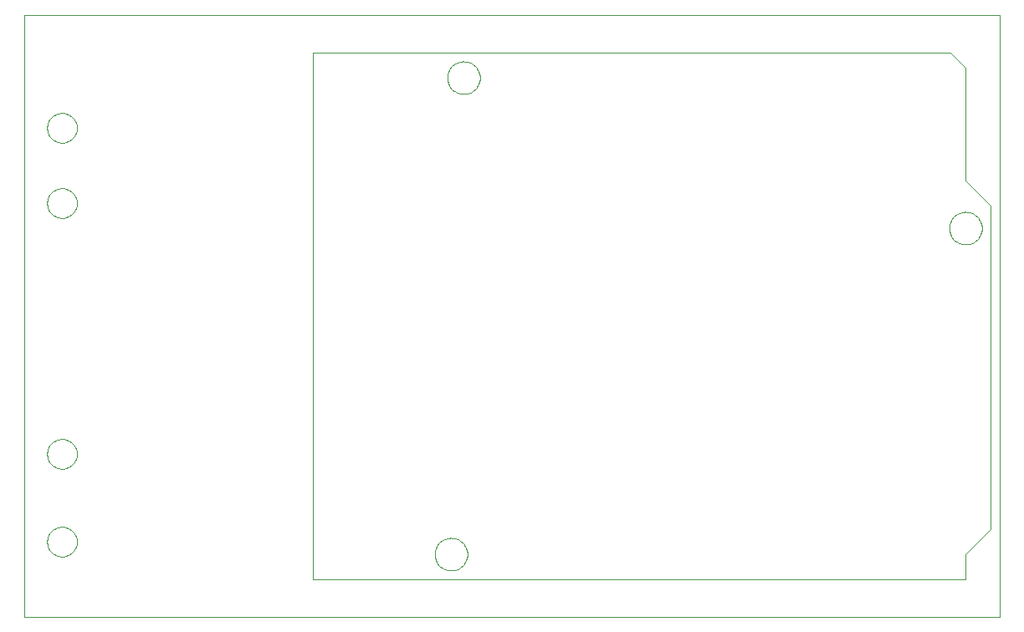
<source format=gbo>
G75*
%MOIN*%
%OFA0B0*%
%FSLAX24Y24*%
%IPPOS*%
%LPD*%
%AMOC8*
5,1,8,0,0,1.08239X$1,22.5*
%
%ADD10C,0.0000*%
D10*
X000180Y000180D02*
X000180Y024176D01*
X039050Y024176D01*
X039050Y000180D01*
X000180Y000180D01*
X001089Y003180D02*
X001091Y003228D01*
X001097Y003276D01*
X001107Y003323D01*
X001120Y003369D01*
X001138Y003414D01*
X001158Y003458D01*
X001183Y003500D01*
X001211Y003539D01*
X001241Y003576D01*
X001275Y003610D01*
X001312Y003642D01*
X001350Y003671D01*
X001391Y003696D01*
X001434Y003718D01*
X001479Y003736D01*
X001525Y003750D01*
X001572Y003761D01*
X001620Y003768D01*
X001668Y003771D01*
X001716Y003770D01*
X001764Y003765D01*
X001812Y003756D01*
X001858Y003744D01*
X001903Y003727D01*
X001947Y003707D01*
X001989Y003684D01*
X002029Y003657D01*
X002067Y003627D01*
X002102Y003594D01*
X002134Y003558D01*
X002164Y003520D01*
X002190Y003479D01*
X002212Y003436D01*
X002232Y003392D01*
X002247Y003347D01*
X002259Y003300D01*
X002267Y003252D01*
X002271Y003204D01*
X002271Y003156D01*
X002267Y003108D01*
X002259Y003060D01*
X002247Y003013D01*
X002232Y002968D01*
X002212Y002924D01*
X002190Y002881D01*
X002164Y002840D01*
X002134Y002802D01*
X002102Y002766D01*
X002067Y002733D01*
X002029Y002703D01*
X001989Y002676D01*
X001947Y002653D01*
X001903Y002633D01*
X001858Y002616D01*
X001812Y002604D01*
X001764Y002595D01*
X001716Y002590D01*
X001668Y002589D01*
X001620Y002592D01*
X001572Y002599D01*
X001525Y002610D01*
X001479Y002624D01*
X001434Y002642D01*
X001391Y002664D01*
X001350Y002689D01*
X001312Y002718D01*
X001275Y002750D01*
X001241Y002784D01*
X001211Y002821D01*
X001183Y002860D01*
X001158Y002902D01*
X001138Y002946D01*
X001120Y002991D01*
X001107Y003037D01*
X001097Y003084D01*
X001091Y003132D01*
X001089Y003180D01*
X001089Y006680D02*
X001091Y006728D01*
X001097Y006776D01*
X001107Y006823D01*
X001120Y006869D01*
X001138Y006914D01*
X001158Y006958D01*
X001183Y007000D01*
X001211Y007039D01*
X001241Y007076D01*
X001275Y007110D01*
X001312Y007142D01*
X001350Y007171D01*
X001391Y007196D01*
X001434Y007218D01*
X001479Y007236D01*
X001525Y007250D01*
X001572Y007261D01*
X001620Y007268D01*
X001668Y007271D01*
X001716Y007270D01*
X001764Y007265D01*
X001812Y007256D01*
X001858Y007244D01*
X001903Y007227D01*
X001947Y007207D01*
X001989Y007184D01*
X002029Y007157D01*
X002067Y007127D01*
X002102Y007094D01*
X002134Y007058D01*
X002164Y007020D01*
X002190Y006979D01*
X002212Y006936D01*
X002232Y006892D01*
X002247Y006847D01*
X002259Y006800D01*
X002267Y006752D01*
X002271Y006704D01*
X002271Y006656D01*
X002267Y006608D01*
X002259Y006560D01*
X002247Y006513D01*
X002232Y006468D01*
X002212Y006424D01*
X002190Y006381D01*
X002164Y006340D01*
X002134Y006302D01*
X002102Y006266D01*
X002067Y006233D01*
X002029Y006203D01*
X001989Y006176D01*
X001947Y006153D01*
X001903Y006133D01*
X001858Y006116D01*
X001812Y006104D01*
X001764Y006095D01*
X001716Y006090D01*
X001668Y006089D01*
X001620Y006092D01*
X001572Y006099D01*
X001525Y006110D01*
X001479Y006124D01*
X001434Y006142D01*
X001391Y006164D01*
X001350Y006189D01*
X001312Y006218D01*
X001275Y006250D01*
X001241Y006284D01*
X001211Y006321D01*
X001183Y006360D01*
X001158Y006402D01*
X001138Y006446D01*
X001120Y006491D01*
X001107Y006537D01*
X001097Y006584D01*
X001091Y006632D01*
X001089Y006680D01*
X011680Y001680D02*
X011680Y022680D01*
X037080Y022680D01*
X037680Y022080D01*
X037680Y017580D01*
X038680Y016580D01*
X038680Y003680D01*
X037680Y002680D01*
X037680Y001680D01*
X011680Y001680D01*
X016530Y002680D02*
X016532Y002730D01*
X016538Y002780D01*
X016548Y002830D01*
X016561Y002878D01*
X016578Y002926D01*
X016599Y002972D01*
X016623Y003016D01*
X016651Y003058D01*
X016682Y003098D01*
X016716Y003135D01*
X016753Y003170D01*
X016792Y003201D01*
X016833Y003230D01*
X016877Y003255D01*
X016923Y003277D01*
X016970Y003295D01*
X017018Y003309D01*
X017067Y003320D01*
X017117Y003327D01*
X017167Y003330D01*
X017218Y003329D01*
X017268Y003324D01*
X017318Y003315D01*
X017366Y003303D01*
X017414Y003286D01*
X017460Y003266D01*
X017505Y003243D01*
X017548Y003216D01*
X017588Y003186D01*
X017626Y003153D01*
X017661Y003117D01*
X017694Y003078D01*
X017723Y003037D01*
X017749Y002994D01*
X017772Y002949D01*
X017791Y002902D01*
X017806Y002854D01*
X017818Y002805D01*
X017826Y002755D01*
X017830Y002705D01*
X017830Y002655D01*
X017826Y002605D01*
X017818Y002555D01*
X017806Y002506D01*
X017791Y002458D01*
X017772Y002411D01*
X017749Y002366D01*
X017723Y002323D01*
X017694Y002282D01*
X017661Y002243D01*
X017626Y002207D01*
X017588Y002174D01*
X017548Y002144D01*
X017505Y002117D01*
X017460Y002094D01*
X017414Y002074D01*
X017366Y002057D01*
X017318Y002045D01*
X017268Y002036D01*
X017218Y002031D01*
X017167Y002030D01*
X017117Y002033D01*
X017067Y002040D01*
X017018Y002051D01*
X016970Y002065D01*
X016923Y002083D01*
X016877Y002105D01*
X016833Y002130D01*
X016792Y002159D01*
X016753Y002190D01*
X016716Y002225D01*
X016682Y002262D01*
X016651Y002302D01*
X016623Y002344D01*
X016599Y002388D01*
X016578Y002434D01*
X016561Y002482D01*
X016548Y002530D01*
X016538Y002580D01*
X016532Y002630D01*
X016530Y002680D01*
X037030Y015680D02*
X037032Y015730D01*
X037038Y015780D01*
X037048Y015830D01*
X037061Y015878D01*
X037078Y015926D01*
X037099Y015972D01*
X037123Y016016D01*
X037151Y016058D01*
X037182Y016098D01*
X037216Y016135D01*
X037253Y016170D01*
X037292Y016201D01*
X037333Y016230D01*
X037377Y016255D01*
X037423Y016277D01*
X037470Y016295D01*
X037518Y016309D01*
X037567Y016320D01*
X037617Y016327D01*
X037667Y016330D01*
X037718Y016329D01*
X037768Y016324D01*
X037818Y016315D01*
X037866Y016303D01*
X037914Y016286D01*
X037960Y016266D01*
X038005Y016243D01*
X038048Y016216D01*
X038088Y016186D01*
X038126Y016153D01*
X038161Y016117D01*
X038194Y016078D01*
X038223Y016037D01*
X038249Y015994D01*
X038272Y015949D01*
X038291Y015902D01*
X038306Y015854D01*
X038318Y015805D01*
X038326Y015755D01*
X038330Y015705D01*
X038330Y015655D01*
X038326Y015605D01*
X038318Y015555D01*
X038306Y015506D01*
X038291Y015458D01*
X038272Y015411D01*
X038249Y015366D01*
X038223Y015323D01*
X038194Y015282D01*
X038161Y015243D01*
X038126Y015207D01*
X038088Y015174D01*
X038048Y015144D01*
X038005Y015117D01*
X037960Y015094D01*
X037914Y015074D01*
X037866Y015057D01*
X037818Y015045D01*
X037768Y015036D01*
X037718Y015031D01*
X037667Y015030D01*
X037617Y015033D01*
X037567Y015040D01*
X037518Y015051D01*
X037470Y015065D01*
X037423Y015083D01*
X037377Y015105D01*
X037333Y015130D01*
X037292Y015159D01*
X037253Y015190D01*
X037216Y015225D01*
X037182Y015262D01*
X037151Y015302D01*
X037123Y015344D01*
X037099Y015388D01*
X037078Y015434D01*
X037061Y015482D01*
X037048Y015530D01*
X037038Y015580D01*
X037032Y015630D01*
X037030Y015680D01*
X017030Y021680D02*
X017032Y021730D01*
X017038Y021780D01*
X017048Y021830D01*
X017061Y021878D01*
X017078Y021926D01*
X017099Y021972D01*
X017123Y022016D01*
X017151Y022058D01*
X017182Y022098D01*
X017216Y022135D01*
X017253Y022170D01*
X017292Y022201D01*
X017333Y022230D01*
X017377Y022255D01*
X017423Y022277D01*
X017470Y022295D01*
X017518Y022309D01*
X017567Y022320D01*
X017617Y022327D01*
X017667Y022330D01*
X017718Y022329D01*
X017768Y022324D01*
X017818Y022315D01*
X017866Y022303D01*
X017914Y022286D01*
X017960Y022266D01*
X018005Y022243D01*
X018048Y022216D01*
X018088Y022186D01*
X018126Y022153D01*
X018161Y022117D01*
X018194Y022078D01*
X018223Y022037D01*
X018249Y021994D01*
X018272Y021949D01*
X018291Y021902D01*
X018306Y021854D01*
X018318Y021805D01*
X018326Y021755D01*
X018330Y021705D01*
X018330Y021655D01*
X018326Y021605D01*
X018318Y021555D01*
X018306Y021506D01*
X018291Y021458D01*
X018272Y021411D01*
X018249Y021366D01*
X018223Y021323D01*
X018194Y021282D01*
X018161Y021243D01*
X018126Y021207D01*
X018088Y021174D01*
X018048Y021144D01*
X018005Y021117D01*
X017960Y021094D01*
X017914Y021074D01*
X017866Y021057D01*
X017818Y021045D01*
X017768Y021036D01*
X017718Y021031D01*
X017667Y021030D01*
X017617Y021033D01*
X017567Y021040D01*
X017518Y021051D01*
X017470Y021065D01*
X017423Y021083D01*
X017377Y021105D01*
X017333Y021130D01*
X017292Y021159D01*
X017253Y021190D01*
X017216Y021225D01*
X017182Y021262D01*
X017151Y021302D01*
X017123Y021344D01*
X017099Y021388D01*
X017078Y021434D01*
X017061Y021482D01*
X017048Y021530D01*
X017038Y021580D01*
X017032Y021630D01*
X017030Y021680D01*
X001089Y019680D02*
X001091Y019728D01*
X001097Y019776D01*
X001107Y019823D01*
X001120Y019869D01*
X001138Y019914D01*
X001158Y019958D01*
X001183Y020000D01*
X001211Y020039D01*
X001241Y020076D01*
X001275Y020110D01*
X001312Y020142D01*
X001350Y020171D01*
X001391Y020196D01*
X001434Y020218D01*
X001479Y020236D01*
X001525Y020250D01*
X001572Y020261D01*
X001620Y020268D01*
X001668Y020271D01*
X001716Y020270D01*
X001764Y020265D01*
X001812Y020256D01*
X001858Y020244D01*
X001903Y020227D01*
X001947Y020207D01*
X001989Y020184D01*
X002029Y020157D01*
X002067Y020127D01*
X002102Y020094D01*
X002134Y020058D01*
X002164Y020020D01*
X002190Y019979D01*
X002212Y019936D01*
X002232Y019892D01*
X002247Y019847D01*
X002259Y019800D01*
X002267Y019752D01*
X002271Y019704D01*
X002271Y019656D01*
X002267Y019608D01*
X002259Y019560D01*
X002247Y019513D01*
X002232Y019468D01*
X002212Y019424D01*
X002190Y019381D01*
X002164Y019340D01*
X002134Y019302D01*
X002102Y019266D01*
X002067Y019233D01*
X002029Y019203D01*
X001989Y019176D01*
X001947Y019153D01*
X001903Y019133D01*
X001858Y019116D01*
X001812Y019104D01*
X001764Y019095D01*
X001716Y019090D01*
X001668Y019089D01*
X001620Y019092D01*
X001572Y019099D01*
X001525Y019110D01*
X001479Y019124D01*
X001434Y019142D01*
X001391Y019164D01*
X001350Y019189D01*
X001312Y019218D01*
X001275Y019250D01*
X001241Y019284D01*
X001211Y019321D01*
X001183Y019360D01*
X001158Y019402D01*
X001138Y019446D01*
X001120Y019491D01*
X001107Y019537D01*
X001097Y019584D01*
X001091Y019632D01*
X001089Y019680D01*
X001089Y016680D02*
X001091Y016728D01*
X001097Y016776D01*
X001107Y016823D01*
X001120Y016869D01*
X001138Y016914D01*
X001158Y016958D01*
X001183Y017000D01*
X001211Y017039D01*
X001241Y017076D01*
X001275Y017110D01*
X001312Y017142D01*
X001350Y017171D01*
X001391Y017196D01*
X001434Y017218D01*
X001479Y017236D01*
X001525Y017250D01*
X001572Y017261D01*
X001620Y017268D01*
X001668Y017271D01*
X001716Y017270D01*
X001764Y017265D01*
X001812Y017256D01*
X001858Y017244D01*
X001903Y017227D01*
X001947Y017207D01*
X001989Y017184D01*
X002029Y017157D01*
X002067Y017127D01*
X002102Y017094D01*
X002134Y017058D01*
X002164Y017020D01*
X002190Y016979D01*
X002212Y016936D01*
X002232Y016892D01*
X002247Y016847D01*
X002259Y016800D01*
X002267Y016752D01*
X002271Y016704D01*
X002271Y016656D01*
X002267Y016608D01*
X002259Y016560D01*
X002247Y016513D01*
X002232Y016468D01*
X002212Y016424D01*
X002190Y016381D01*
X002164Y016340D01*
X002134Y016302D01*
X002102Y016266D01*
X002067Y016233D01*
X002029Y016203D01*
X001989Y016176D01*
X001947Y016153D01*
X001903Y016133D01*
X001858Y016116D01*
X001812Y016104D01*
X001764Y016095D01*
X001716Y016090D01*
X001668Y016089D01*
X001620Y016092D01*
X001572Y016099D01*
X001525Y016110D01*
X001479Y016124D01*
X001434Y016142D01*
X001391Y016164D01*
X001350Y016189D01*
X001312Y016218D01*
X001275Y016250D01*
X001241Y016284D01*
X001211Y016321D01*
X001183Y016360D01*
X001158Y016402D01*
X001138Y016446D01*
X001120Y016491D01*
X001107Y016537D01*
X001097Y016584D01*
X001091Y016632D01*
X001089Y016680D01*
M02*

</source>
